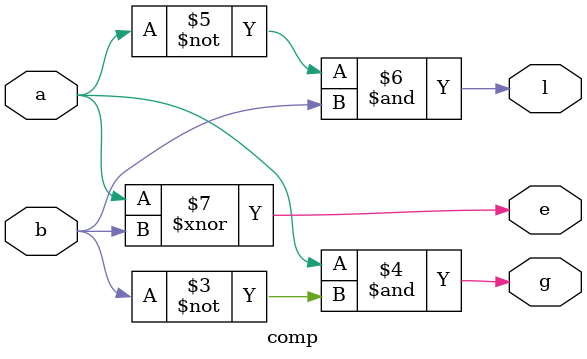
<source format=v>
module comp(input a,b,output g,l,e);

assign g=a&~b;
assign l=~a&b;
assign e=a~^b;
endmodule


module comp_tb();
reg a,b;
wire g,l,e;

comp gate (a,b,g,l,e);

initial
repeat(5)
begin
a=$random;b=$random;#10;
end

initial
$monitor("a=%b b=%b g=%B l=%B e=%B time=%0t",a,b,g,l,e,$time);
endmodule


</source>
